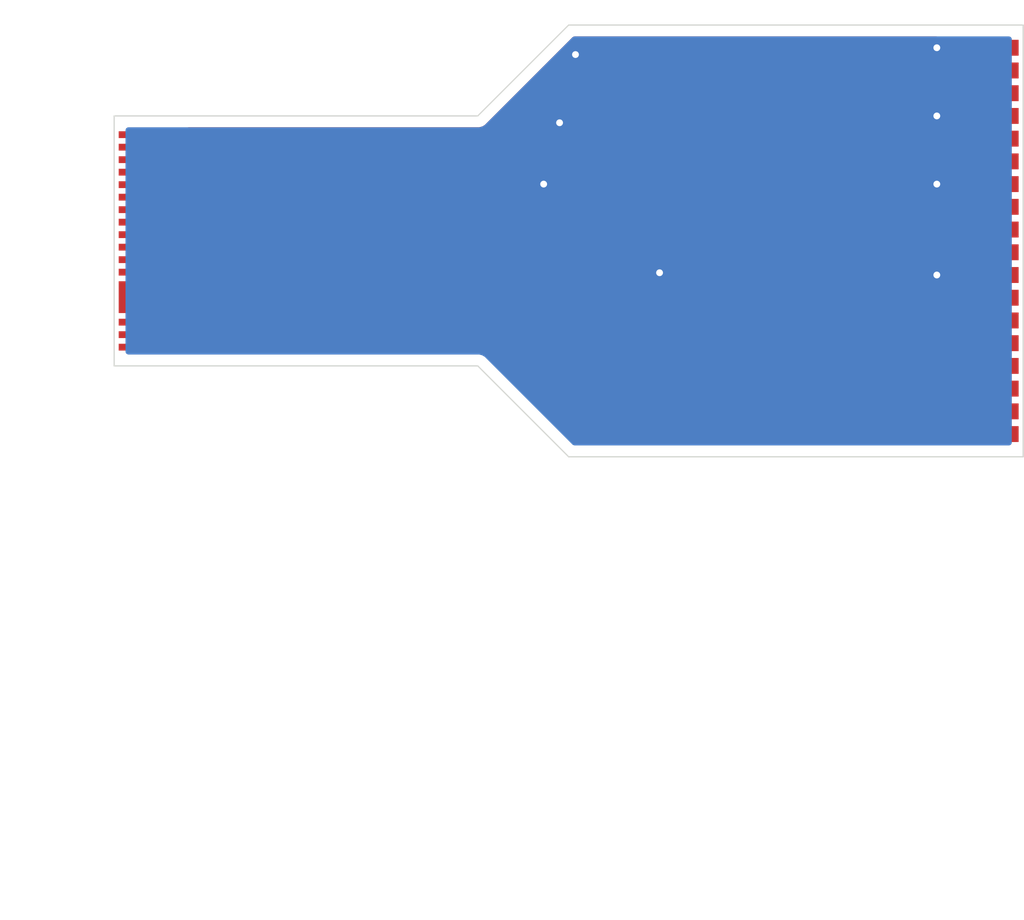
<source format=kicad_pcb>
(kicad_pcb (version 20241229) (generator "pcbnew") (generator_version "9.0")
  (layers (0 "F.Cu" signal) (2 "B.Cu" signal) (13 "F.Paste" user) (15 "B.Paste" user) (5 "F.SilkS" user "F.Silkscreen") (7 "B.SilkS" user "B.Silkscreen") (1 "F.Mask" user) (3 "B.Mask" user) (25 "Edge.Cuts" user))
  (net 0 "")
  (net 1 "PCIe_TX-")
  (net 2 "+1V8")
  (net 3 "~{PERST}{slash}DAT3{slash}CD")
  (net 4 "GND")
  (net 5 "CLK")
  (net 6 "CMD")
  (net 7 "PCIe_TX+")
  (net 8 "DATx{slash}REFCLK-")
  (net 9 "DATx{slash}REFCLK+")
  (net 10 "PCIe_RX+")
  (net 11 "PCIe_RX-")
  (net 12 "~{CLKREQ}{slash}DAT2")
  (net 13 "+3V3")
  (footprint "m1cha:fpc-cable-AFA07-S16ECA-00" (layer "F.Cu") (at 138.3 109.5 -90)
    (property "Reference" "J2" (hide yes))
    (property "Value" "usdex-fpc-cable-m2-side")
    (pad "1" smd rect (at -8.5 0 270) (size 0.7 3) (layers "F.Cu" "F.Mask" "F.Paste") (net 4 "GND"))
    (pad "2" smd rect (at -7.5 0 270) (size 0.7 3) (layers "F.Cu" "F.Mask" "F.Paste") (net 10 "PCIe_RX+"))
    (pad "3" smd rect (at -6.5 0 270) (size 0.7 3) (layers "F.Cu" "F.Mask" "F.Paste") (net 11 "PCIe_RX-"))
    (pad "4" smd rect (at -5.5 0 270) (size 0.7 3) (layers "F.Cu" "F.Mask" "F.Paste") (net 4 "GND"))
    (pad "5" smd rect (at -4.5 0 270) (size 0.7 3) (layers "F.Cu" "F.Mask" "F.Paste") (net 1 "PCIe_TX-"))
    (pad "6" smd rect (at -3.5 0 270) (size 0.7 3) (layers "F.Cu" "F.Mask" "F.Paste") (net 7 "PCIe_TX+"))
    (pad "7" smd rect (at -2.5 0 270) (size 0.7 3) (layers "F.Cu" "F.Mask" "F.Paste") (net 4 "GND"))
    (pad "8" smd rect (at -1.5 0 270) (size 0.7 3) (layers "F.Cu" "F.Mask" "F.Paste") (net 2 "+1V8"))
    (pad "9" smd rect (at -0.5 0 270) (size 0.7 3) (layers "F.Cu" "F.Mask" "F.Paste") (net 8 "DATx{slash}REFCLK-"))
    (pad "10" smd rect (at 0.5 0 270) (size 0.7 3) (layers "F.Cu" "F.Mask" "F.Paste") (net 9 "DATx{slash}REFCLK+"))
    (pad "11" smd rect (at 1.5 0 270) (size 0.7 3) (layers "F.Cu" "F.Mask" "F.Paste") (net 4 "GND"))
    (pad "12" smd rect (at 2.5 0 270) (size 0.7 3) (layers "F.Cu" "F.Mask" "F.Paste") (net 5 "CLK"))
    (pad "13" smd rect (at 3.5 0 270) (size 0.7 3) (layers "F.Cu" "F.Mask" "F.Paste") (net 13 "+3V3"))
    (pad "14" smd rect (at 4.5 0 270) (size 0.7 3) (layers "F.Cu" "F.Mask" "F.Paste") (net 13 "+3V3"))
    (pad "15" smd rect (at 5.5 0 270) (size 0.7 3) (layers "F.Cu" "F.Mask" "F.Paste") (net 13 "+3V3"))
    (pad "16" smd rect (at 6.5 0 270) (size 0.7 3) (layers "F.Cu" "F.Mask" "F.Paste") (net 6 "CMD"))
    (pad "17" smd rect (at 7.5 0 270) (size 0.7 3) (layers "F.Cu" "F.Mask" "F.Paste") (net 3 "~{PERST}{slash}DAT3{slash}CD"))
    (pad "18" smd rect (at 8.5 0 270) (size 0.7 3) (layers "F.Cu" "F.Mask" "F.Paste") (net 12 "~{CLKREQ}{slash}DAT2"))
  )
  (footprint "m1cha:usdex-fpc-1x18-0.55mm-cable" (layer "F.Cu") (at 101.425 109.5 -90)
    (property "Reference" "J1" (hide yes))
    (property "Value" "usdex-fpc-cable-sd-side")
    (pad "1" smd rect (at -4.675 0 270) (size 0.3 2.45) (layers "F.Cu" "F.Mask" "F.Paste") (net 4 "GND"))
    (pad "2" smd rect (at -4.125 0 270) (size 0.3 2.45) (layers "F.Cu" "F.Mask" "F.Paste") (net 10 "PCIe_RX+"))
    (pad "3" smd rect (at -3.575 0 270) (size 0.3 2.45) (layers "F.Cu" "F.Mask" "F.Paste") (net 11 "PCIe_RX-"))
    (pad "4" smd rect (at -3.025 0 270) (size 0.3 2.45) (layers "F.Cu" "F.Mask" "F.Paste") (net 4 "GND"))
    (pad "5" smd rect (at -2.475 0 270) (size 0.3 2.45) (layers "F.Cu" "F.Mask" "F.Paste") (net 1 "PCIe_TX-"))
    (pad "6" smd rect (at -1.925 0 270) (size 0.3 2.45) (layers "F.Cu" "F.Mask" "F.Paste") (net 7 "PCIe_TX+"))
    (pad "7" smd rect (at -1.375 0 270) (size 0.3 2.45) (layers "F.Cu" "F.Mask" "F.Paste") (net 4 "GND"))
    (pad "8" smd rect (at -0.825 0 270) (size 0.3 2.45) (layers "F.Cu" "F.Mask" "F.Paste") (net 2 "+1V8"))
    (pad "9" smd rect (at -0.275 0 270) (size 0.3 2.45) (layers "F.Cu" "F.Mask" "F.Paste") (net 8 "DATx{slash}REFCLK-"))
    (pad "10" smd rect (at 0.275 0 270) (size 0.3 2.45) (layers "F.Cu" "F.Mask" "F.Paste") (net 9 "DATx{slash}REFCLK+"))
    (pad "11" smd rect (at 0.825 0 270) (size 0.3 2.45) (layers "F.Cu" "F.Mask" "F.Paste") (net 4 "GND"))
    (pad "12" smd rect (at 1.375 0 270) (size 0.3 2.45) (layers "F.Cu" "F.Mask" "F.Paste") (net 5 "CLK"))
    (pad "13" smd rect (at 2.475 0 270) (size 1.4 2.45) (layers "F.Cu" "F.Mask" "F.Paste") (net 13 "+3V3"))
    (pad "14" smd rect (at 3.575 0 270) (size 0.3 2.45) (layers "F.Cu" "F.Mask" "F.Paste") (net 6 "CMD"))
    (pad "15" smd rect (at 4.125 0 270) (size 0.3 2.45) (layers "F.Cu" "F.Mask" "F.Paste") (net 3 "~{PERST}{slash}DAT3{slash}CD"))
    (pad "16" smd rect (at 4.675 0 270) (size 0.3 2.45) (layers "F.Cu" "F.Mask" "F.Paste") (net 12 "~{CLKREQ}{slash}DAT2"))
  )
  (gr_line (start 100 115) (end 116 115) (stroke (width 0.05)) (layer "Edge.Cuts"))
  (gr_line (start 116 104) (end 120 100) (stroke (width 0.05)) (layer "Edge.Cuts"))
  (gr_line (start 140 100) (end 120 100) (stroke (width 0.05)) (layer "Edge.Cuts"))
  (gr_line (start 100 104) (end 100 115) (stroke (width 0.05)) (layer "Edge.Cuts"))
  (gr_line (start 116 115) (end 120 119) (stroke (width 0.05)) (layer "Edge.Cuts"))
  (gr_line (start 140 119) (end 120 119) (stroke (width 0.05)) (layer "Edge.Cuts"))
  (gr_line (start 100 104) (end 116 104) (stroke (width 0.05)) (layer "Edge.Cuts"))
  (gr_line (start 140 100) (end 140 119) (stroke (width 0.05)) (layer "Edge.Cuts"))
  (segment (start 136.049999 105) (end 138.3 105) (width 0.0889) (layer "F.Cu") (net 1))
  (segment (start 117.034314 107.21385) (end 118.834314 105.41385) (width 0.0889) (layer "F.Cu") (net 1))
  (segment (start 118.834314 105.41385) (end 135.636149 105.41385) (width 0.0889) (layer "F.Cu") (net 1))
  (segment (start 101.425 107.025) (end 103.262501 107.025) (width 0.0889) (layer "F.Cu") (net 1))
  (segment (start 103.262501 107.025) (end 103.451351 107.21385) (width 0.0889) (layer "F.Cu") (net 1))
  (segment (start 103.451351 107.21385) (end 117.034314 107.21385) (width 0.0889) (layer "F.Cu") (net 1))
  (segment (start 135.636149 105.41385) (end 136.049999 105) (width 0.0889) (layer "F.Cu") (net 1))
  (segment (start 101.425 108.675) (end 118.225 108.675) (width 0.2) (layer "F.Cu") (net 2))
  (segment (start 118.225 108.675) (end 118.9 108) (width 0.2) (layer "F.Cu") (net 2))
  (segment (start 118.9 108) (end 138.3 108) (width 0.2) (layer "F.Cu") (net 2))
  (segment (start 121.1 117) (end 138.3 117) (width 0.2) (layer "F.Cu") (net 3))
  (segment (start 101.425 113.625) (end 117.725 113.625) (width 0.2) (layer "F.Cu") (net 3))
  (segment (start 117.725 113.625) (end 121.1 117) (width 0.2) (layer "F.Cu") (net 3))
  (segment (start 116.075 104.825) (end 119.624264 101.275736) (width 0.2) (layer "F.Cu") (net 4))
  (segment (start 138.3 104) (end 136.2 104) (width 0.2) (layer "F.Cu") (net 4))
  (segment (start 138.3 107) (end 136.2 107) (width 0.2) (layer "F.Cu") (net 4))
  (segment (start 138.3 101) (end 136.2 101) (width 0.2) (layer "F.Cu") (net 4))
  (segment (start 138.3 111) (end 136.2 111) (width 0.2) (layer "F.Cu") (net 4))
  (segment (start 118.8 104.3) (end 119.6 104.3) (width 0.2) (layer "F.Cu") (net 4))
  (segment (start 116.625 106.475) (end 118.8 104.3) (width 0.2) (layer "F.Cu") (net 4))
  (segment (start 118.8329 107) (end 118.9 107) (width 0.2) (layer "F.Cu") (net 4))
  (segment (start 117.7079 108.125) (end 118.8329 107) (width 0.2) (layer "F.Cu") (net 4))
  (segment (start 101.425 110.325) (end 123.425 110.325) (width 0.2) (layer "F.Cu") (net 4))
  (segment (start 101.425 106.475) (end 116.625 106.475) (width 0.2) (layer "F.Cu") (net 4))
  (segment (start 119.624264 101.275736) (end 120.275736 101.275736) (width 0.2) (layer "F.Cu") (net 4))
  (segment (start 101.425 104.825) (end 116.075 104.825) (width 0.2) (layer "F.Cu") (net 4))
  (segment (start 120.275736 101.275736) (end 120.3 101.3) (width 0.2) (layer "F.Cu") (net 4))
  (segment (start 101.425 108.125) (end 117.7079 108.125) (width 0.2) (layer "F.Cu") (net 4))
  (segment (start 123.425 110.325) (end 124 110.9) (width 0.2) (layer "F.Cu") (net 4))
  (via (at 136.2 107) (size 0.6) (drill 0.3) (layers "F.Cu" "B.Cu") (net 4))
  (via (at 136.2 101) (size 0.6) (drill 0.3) (layers "F.Cu" "B.Cu") (net 4))
  (via (at 120.3 101.3) (size 0.6) (drill 0.3) (layers "F.Cu" "B.Cu") (net 4))
  (via (at 136.2 111) (size 0.6) (drill 0.3) (layers "F.Cu" "B.Cu") (net 4))
  (via (at 124 110.9) (size 0.6) (drill 0.3) (layers "F.Cu" "B.Cu") (net 4))
  (via (at 119.6 104.3) (size 0.6) (drill 0.3) (layers "F.Cu" "B.Cu") (net 4))
  (via (at 136.2 104) (size 0.6) (drill 0.3) (layers "F.Cu" "B.Cu") (net 4))
  (via (at 118.9 107) (size 0.6) (drill 0.3) (layers "F.Cu" "B.Cu") (net 4))
  (segment (start 123.7 112) (end 138.3 112) (width 0.2) (layer "F.Cu") (net 5))
  (segment (start 101.425 110.875) (end 122.575 110.875) (width 0.2) (layer "F.Cu") (net 5))
  (segment (start 122.575 110.875) (end 123.7 112) (width 0.2) (layer "F.Cu") (net 5))
  (segment (start 121.7 116) (end 138.3 116) (width 0.2) (layer "F.Cu") (net 6))
  (segment (start 101.425 113.075) (end 118.775 113.075) (width 0.2) (layer "F.Cu") (net 6))
  (segment (start 118.775 113.075) (end 121.7 116) (width 0.2) (layer "F.Cu") (net 6))
  (segment (start 103.451351 107.38615) (end 117.105686 107.38615) (width 0.0889) (layer "F.Cu") (net 7))
  (segment (start 101.425 107.575) (end 103.262501 107.575) (width 0.0889) (layer "F.Cu") (net 7))
  (segment (start 117.105686 107.38615) (end 118.905686 105.58615) (width 0.0889) (layer "F.Cu") (net 7))
  (segment (start 136.049999 106) (end 138.3 106) (width 0.0889) (layer "F.Cu") (net 7))
  (segment (start 135.636149 105.58615) (end 136.049999 106) (width 0.0889) (layer "F.Cu") (net 7))
  (segment (start 103.262501 107.575) (end 103.451351 107.38615) (width 0.0889) (layer "F.Cu") (net 7))
  (segment (start 118.905686 105.58615) (end 135.636149 105.58615) (width 0.0889) (layer "F.Cu") (net 7))
  (segment (start 135.636149 109.41385) (end 136.049999 109) (width 0.0889) (layer "F.Cu") (net 8))
  (segment (start 101.425 109.225) (end 103.262501 109.225) (width 0.0889) (layer "F.Cu") (net 8))
  (segment (start 103.451351 109.41385) (end 135.636149 109.41385) (width 0.0889) (layer "F.Cu") (net 8))
  (segment (start 136.049999 109) (end 138.3 109) (width 0.0889) (layer "F.Cu") (net 8))
  (segment (start 103.262501 109.225) (end 103.451351 109.41385) (width 0.0889) (layer "F.Cu") (net 8))
  (segment (start 101.425 109.775) (end 103.262501 109.775) (width 0.0889) (layer "F.Cu") (net 9))
  (segment (start 136.049999 110) (end 138.3 110) (width 0.0889) (layer "F.Cu") (net 9))
  (segment (start 103.262501 109.775) (end 103.451351 109.58615) (width 0.0889) (layer "F.Cu") (net 9))
  (segment (start 135.636149 109.58615) (end 136.049999 110) (width 0.0889) (layer "F.Cu") (net 9))
  (segment (start 103.451351 109.58615) (end 135.636149 109.58615) (width 0.0889) (layer "F.Cu") (net 9))
  (segment (start 135.636149 102.41385) (end 136.049999 102) (width 0.0889) (layer "F.Cu") (net 10))
  (segment (start 101.425 105.375) (end 103.262501 105.375) (width 0.0889) (layer "F.Cu") (net 10))
  (segment (start 136.049999 102) (end 138.3 102) (width 0.0889) (layer "F.Cu") (net 10))
  (segment (start 103.262501 105.375) (end 103.451351 105.56385) (width 0.0889) (layer "F.Cu") (net 10))
  (segment (start 116.334314 105.56385) (end 119.484314 102.41385) (width 0.0889) (layer "F.Cu") (net 10))
  (segment (start 119.484314 102.41385) (end 135.636149 102.41385) (width 0.0889) (layer "F.Cu") (net 10))
  (segment (start 103.451351 105.56385) (end 116.334314 105.56385) (width 0.0889) (layer "F.Cu") (net 10))
  (segment (start 135.636149 102.58615) (end 136.049999 103) (width 0.0889) (layer "F.Cu") (net 11))
  (segment (start 136.049999 103) (end 138.3 103) (width 0.0889) (layer "F.Cu") (net 11))
  (segment (start 116.405686 105.73615) (end 119.555686 102.58615) (width 0.0889) (layer "F.Cu") (net 11))
  (segment (start 119.555686 102.58615) (end 135.636149 102.58615) (width 0.0889) (layer "F.Cu") (net 11))
  (segment (start 103.262501 105.925) (end 103.451351 105.73615) (width 0.0889) (layer "F.Cu") (net 11))
  (segment (start 103.451351 105.73615) (end 116.405686 105.73615) (width 0.0889) (layer "F.Cu") (net 11))
  (segment (start 101.425 105.925) (end 103.262501 105.925) (width 0.0889) (layer "F.Cu") (net 11))
  (segment (start 101.425 114.175) (end 116.675 114.175) (width 0.2) (layer "F.Cu") (net 12))
  (segment (start 116.675 114.175) (end 120.5 118) (width 0.2) (layer "F.Cu") (net 12))
  (segment (start 120.5 118) (end 138.3 118) (width 0.2) (layer "F.Cu") (net 12))
  (segment (start 120.775 111.975) (end 122.8 114) (width 1.4) (layer "F.Cu") (net 13))
  (segment (start 136 115) (end 136 114.2) (width 0.7) (layer "F.Cu") (net 13))
  (segment (start 101.425 111.975) (end 120.775 111.975) (width 1.4) (layer "F.Cu") (net 13))
  (segment (start 136.2 114) (end 138.3 114) (width 1.4) (layer "F.Cu") (net 13))
  (segment (start 122.8 114) (end 136.2 114) (width 1.4) (layer "F.Cu") (net 13))
  (segment (start 136 113) (end 136 113.8) (width 0.7) (layer "F.Cu") (net 13))
  (segment (start 138.3 113) (end 136 113) (width 0.7) (layer "F.Cu") (net 13))
  (segment (start 136 114.2) (end 136.2 114) (width 0.7) (layer "F.Cu") (net 13))
  (segment (start 138.3 115) (end 136 115) (width 0.7) (layer "F.Cu") (net 13))
  (segment (start 136 113.8) (end 136.2 114) (width 0.7) (layer "F.Cu") (net 13))
  (zone (net 4) (net_name "GND") (layer "F.Cu") (priority 1) (connect_pads (clearance 0.5)) (min_thickness 0.25) (fill yes (thermal_gap 0.5) (thermal_bridge_width 0.5))
    (polygon (pts (xy 100 100) (xy 140 100) (xy 140 119) (xy 100 119)))
  )
  (zone (net 4) (net_name "GND") (layer "B.Cu") (connect_pads (clearance 0.5)) (min_thickness 0.25) (fill yes (thermal_gap 0.5) (thermal_bridge_width 0.5))
    (polygon (pts (xy 100 100) (xy 140 100) (xy 140 119) (xy 100 119)))
  )
)
</source>
